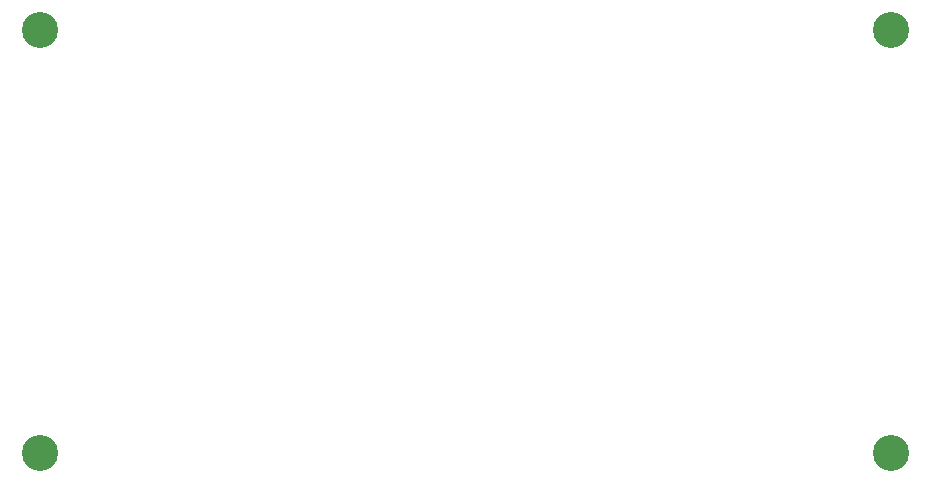
<source format=gbr>
%TF.GenerationSoftware,Altium Limited,Altium Designer,21.0.9 (235)*%
G04 Layer_Color=0*
%FSLAX45Y45*%
%MOMM*%
%TF.SameCoordinates,ED2B7B90-DC9C-465B-8049-FED9E851BE10*%
%TF.FilePolarity,Positive*%
%TF.FileFunction,NonPlated,1,2,NPTH,Drill*%
%TF.Part,Single*%
G01*
G75*
%TA.AperFunction,OtherDrill,Pad Free-2 (74.397mm,38.1mm)*%
%ADD56C,3.04800*%
%TA.AperFunction,OtherDrill,Pad Free-2 (74.397mm,2.286mm)*%
%ADD57C,3.04800*%
%TA.AperFunction,OtherDrill,Pad Free-2 (2.388mm,2.286mm)*%
%ADD58C,3.04800*%
%TA.AperFunction,OtherDrill,Pad Free-2 (2.388mm,38.1mm)*%
%ADD59C,3.04800*%
D56*
X7439660Y3810000D02*
D03*
D57*
Y228600D02*
D03*
D58*
X238760D02*
D03*
D59*
Y3810000D02*
D03*
%TF.MD5,08b4fb1b77abddf2205de90e42d834b1*%
M02*

</source>
